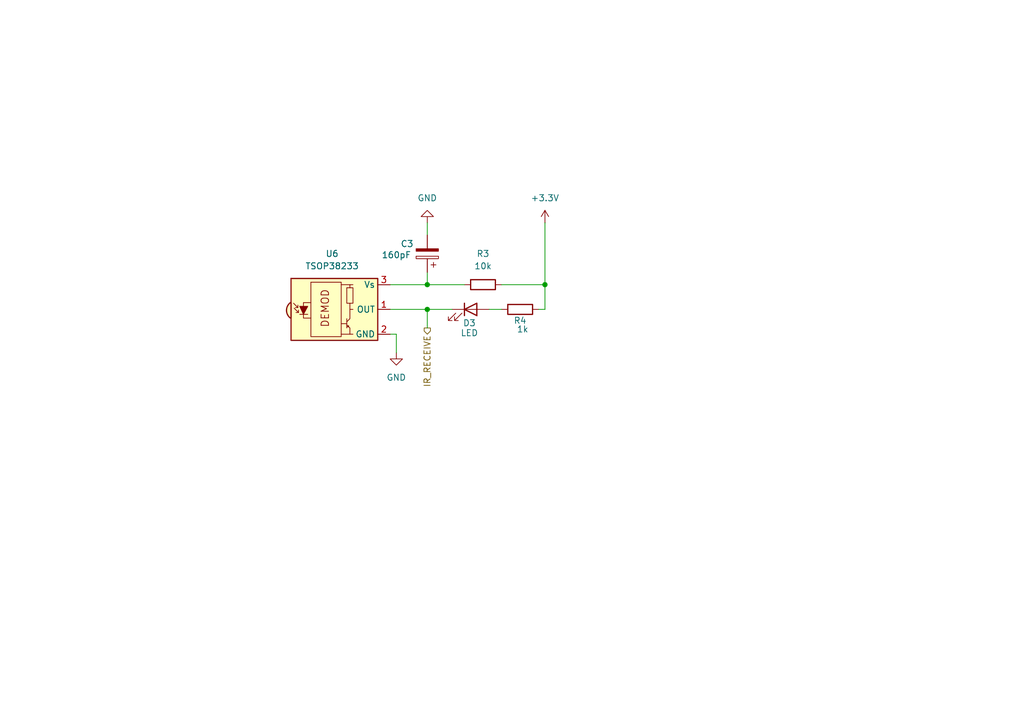
<source format=kicad_sch>
(kicad_sch (version 20250114) (generator "eeschema") (generator_version "9.0")
  (paper "A5")
  (title_block (title "Miniature Sumo Robot ") (date "2025-09-26") (rev "A") (company "Erick Zamora "))
  (lib_symbols
    (symbol "Device:C_Polarized" (pin_numbers (hide yes)) (pin_names (offset 0.254))
      (property "Reference" "C" (at 0.635 2.54 0))
      (property "Value" "C_Polarized" (at 0.635 -2.54 0))
      (symbol "C_Polarized_0_1"
        (rectangle (start -2.286 0.508) (end 2.286 1.016))
        (polyline (pts (xy -1.778 2.286) (xy -0.762 2.286)))
        (polyline (pts (xy -1.27 2.794) (xy -1.27 1.778)))
        (rectangle (start 2.286 -0.508) (end -2.286 -1.016) (fill (type outline)))
      )
      (symbol "C_Polarized_1_1"
        (pin passive line (at 0 3.81 270) (length 2.794) (name "~") (number "1"))
        (pin passive line (at 0 -3.81 90) (length 2.794) (name "~") (number "2"))
      )
    )
    (symbol "Device:LED" (pin_numbers (hide yes)) (pin_names (offset 1.016) (hide yes))
      (property "Reference" "D" (at 0 2.54 0))
      (property "Value" "LED" (at 0 -2.54 0))
      (symbol "LED_0_1"
        (polyline (pts (xy -3.048 -0.762) (xy -4.572 -2.286) (xy -3.81 -2.286) (xy -4.572 -2.286) (xy -4.572 -1.524)))
        (polyline (pts (xy -1.778 -0.762) (xy -3.302 -2.286) (xy -2.54 -2.286) (xy -3.302 -2.286) (xy -3.302 -1.524)))
        (polyline (pts (xy -1.27 0) (xy 1.27 0)))
        (polyline (pts (xy -1.27 -1.27) (xy -1.27 1.27)) (stroke (width 0.254)))
        (polyline (pts (xy 1.27 -1.27) (xy 1.27 1.27) (xy -1.27 0) (xy 1.27 -1.27)) (stroke (width 0.254)))
      )
      (symbol "LED_1_1"
        (pin passive line (at -3.81 0 0) (length 2.54) (name "K") (number "1"))
        (pin passive line (at 3.81 0 180) (length 2.54) (name "A") (number "2"))
      )
    )
    (symbol "Device:R" (pin_numbers (hide yes)) (pin_names (offset 0))
      (property "Reference" "R" (at 2.032 0 90))
      (property "Value" "R" (at 0 0 90))
      (symbol "R_0_1"
        (rectangle (start -1.016 -2.54) (end 1.016 2.54) (stroke (width 0.254)))
      )
      (symbol "R_1_1"
        (pin passive line (at 0 3.81 270) (length 1.27) (name "~") (number "1"))
        (pin passive line (at 0 -3.81 90) (length 1.27) (name "~") (number "2"))
      )
    )
    (symbol "Interface_Optical:TSOP382xx"
      (property "Reference" "U" (at -10.16 7.62 0))
      (property "Value" "TSOP382xx" (at -10.16 -7.62 0))
      (symbol "TSOP382xx_0_0"
        (arc (start -10.287 -1.778) (mid -11.0899 -0.1905) (end -10.287 1.397) (stroke (width 0.254)) (fill (type background)))
        (polyline (pts (xy 1.905 5.08) (xy 0.127 5.08)))
        (polyline (pts (xy 1.905 -5.08) (xy 0.127 -5.08)))
        (text "DEMOD" (at -3.175 0.254 900) (effects (font (size 1.524 1.524))))
      )
      (symbol "TSOP382xx_0_1"
        (polyline (pts (xy -8.763 0.381) (xy -9.652 1.27)))
        (polyline (pts (xy -8.763 0.381) (xy -9.271 0.381)))
        (polyline (pts (xy -8.763 0.381) (xy -8.763 0.889)))
        (polyline (pts (xy -8.636 -0.635) (xy -9.525 0.254)))
        (polyline (pts (xy -8.636 -0.635) (xy -9.144 -0.635)))
        (polyline (pts (xy -8.636 -0.635) (xy -8.636 -0.127)))
        (polyline (pts (xy -8.382 0.635) (xy -6.731 0.635) (xy -7.62 -1.016) (xy -8.382 0.635)) (fill (type outline)))
        (polyline (pts (xy -8.382 -1.016) (xy -6.731 -1.016)))
        (rectangle (start -6.096 5.588) (end 0.127 -5.588))
        (polyline (pts (xy -6.096 1.397) (xy -7.62 1.397) (xy -7.62 -1.778) (xy -6.096 -1.778)))
        (polyline (pts (xy 1.27 -1.905) (xy 1.27 -3.81)))
        (polyline (pts (xy 1.27 -2.54) (xy 1.905 -1.905) (xy 1.905 0) (xy 2.54 0)))
        (polyline (pts (xy 1.27 -2.921) (xy 0.127 -2.921)))
        (polyline (pts (xy 1.27 -3.175) (xy 1.905 -3.81) (xy 1.905 -5.08) (xy 2.54 -5.08)))
        (polyline (pts (xy 1.397 -3.556) (xy 1.524 -3.556)))
        (polyline (pts (xy 1.651 -3.556) (xy 1.524 -3.556)))
        (polyline (pts (xy 1.651 -3.556) (xy 1.651 -3.302)))
        (polyline (pts (xy 1.905 4.445) (xy 1.905 5.08) (xy 2.54 5.08)))
        (polyline (pts (xy 1.905 0) (xy 1.905 1.27)))
        (rectangle (start 2.54 1.27) (end 1.27 4.445))
        (rectangle (start 7.62 6.35) (end -10.16 -6.35) (stroke (width 0.254)) (fill (type background)))
      )
      (symbol "TSOP382xx_1_1"
        (pin power_in line (at 10.16 5.08 180) (length 2.54) (name "Vs") (number "3"))
        (pin output line (at 10.16 0 180) (length 2.54) (name "OUT") (number "1"))
        (pin power_in line (at 10.16 -5.08 180) (length 2.54) (name "GND") (number "2"))
      )
    )
    (symbol "power:+3.3V" (power) (pin_numbers (hide yes)) (pin_names (offset 0) (hide yes))
      (property "Value" "+3.3V" (at 0 3.556 0))
      (symbol "+3.3V_0_1"
        (polyline (pts (xy -0.762 1.27) (xy 0 2.54)))
        (polyline (pts (xy 0 2.54) (xy 0.762 1.27)))
        (polyline (pts (xy 0 0) (xy 0 2.54)))
      )
      (symbol "+3.3V_1_1"
        (pin power_in line (at 0 0 90) (length 0) (name "~") (number "1"))
      )
    )
    (symbol "power:GND" (power) (pin_numbers (hide yes)) (pin_names (offset 0) (hide yes))
      (property "Value" "GND" (at 0 -3.81 0))
      (symbol "GND_0_1"
        (polyline (pts (xy 0 0) (xy 0 -1.27) (xy 1.27 -1.27) (xy 0 -2.54) (xy -1.27 -1.27) (xy 0 -1.27)))
      )
      (symbol "GND_1_1"
        (pin power_in line (at 0 0 270) (length 0) (name "~") (number "1"))
      )
    )
  )
  (junction (at 87.63 58.42))
  (junction (at 87.63 63.5))
  (junction (at 111.76 58.42))
  (wire (pts (xy 111.76 58.42) (xy 111.76 45.72)))
  (wire (pts (xy 81.28 68.58) (xy 81.28 72.39)))
  (wire (pts (xy 80.01 68.58) (xy 81.28 68.58)))
  (wire (pts (xy 87.63 58.42) (xy 95.25 58.42)))
  (wire (pts (xy 87.63 45.72) (xy 87.63 48.26)))
  (wire (pts (xy 110.49 63.5) (xy 111.76 63.5)))
  (wire (pts (xy 80.01 63.5) (xy 87.63 63.5)))
  (wire (pts (xy 87.63 55.88) (xy 87.63 58.42)))
  (wire (pts (xy 87.63 63.5) (xy 92.71 63.5)))
  (wire (pts (xy 111.76 63.5) (xy 111.76 58.42)))
  (wire (pts (xy 87.63 63.5) (xy 87.63 67.31)))
  (wire (pts (xy 102.87 58.42) (xy 111.76 58.42)))
  (wire (pts (xy 80.01 58.42) (xy 87.63 58.42)))
  (wire (pts (xy 100.33 63.5) (xy 102.87 63.5)))
  (hierarchical_label "IR_RECEIVE" (shape output) (at 87.63 67.31 270))
  (symbol (lib_id "power:+3.3V") (at 111.76 45.72 0) (unit 1)
    (property "Reference" "#PWR020" (effects (hide yes)))
    (property "Value" "+3.3V" (at 111.76 40.64 0))
    (property "Description" "Power symbol creates a global label with name \"+3.3V\"" (effects (hide yes)))
  )
  (symbol (lib_id "Device:LED") (at 96.52 63.5 0) (unit 1)
    (property "Reference" "D3" (at 96.266 66.294 0))
    (property "Value" "LED" (at 96.266 68.326 0))
    (property "Footprint" "LED_SMD:LED_1210_3225Metric" (effects (hide yes)))
    (property "Description" "Light emitting diode" (effects (hide yes)))
    (property "Sim.Pins" "1=K 2=A" (effects (hide yes)))
  )
  (symbol (lib_id "Interface_Optical:TSOP382xx") (at 69.85 63.5 0) (unit 1)
    (property "Reference" "U6" (at 68.115 52.07 0))
    (property "Value" "TSOP38233" (at 68.115 54.61 0))
    (property "Footprint" "OptoDevice:Vishay_MINICAST-3Pin" (effects (hide yes)))
    (property "Datasheet" "http://www.vishay.com/docs/82491/tsop382.pdf" (effects (hide yes)))
    (property "Description" "Photo Modules for PCM Remote Control Systems" (effects (hide yes)))
  )
  (symbol (lib_id "Device:C_Polarized") (at 87.63 52.07 180) (unit 1)
    (property "Reference" "C3" (at 84.836 50.038 0) (effects (justify left)))
    (property "Value" "160pF" (at 84.328 52.324 0) (effects (justify left)))
    (property "Footprint" "Capacitor_SMD:C_1210_3225Metric" (effects (hide yes)))
    (property "Description" "Polarized capacitor" (effects (hide yes)))
  )
  (symbol (lib_id "Device:R") (at 99.06 58.42 90) (unit 1)
    (property "Reference" "R3" (at 99.06 52.07 90))
    (property "Value" "10k" (at 99.06 54.61 90))
    (property "Footprint" "Resistor_SMD:R_1210_3225Metric" (effects (hide yes)))
    (property "Description" "Resistor" (effects (hide yes)))
  )
  (symbol (lib_id "power:GND") (at 81.28 72.39 0) (unit 1)
    (property "Reference" "#PWR021" (effects (hide yes)))
    (property "Value" "GND" (at 81.28 77.47 0))
    (property "Description" "Power symbol creates a global label with name \"GND\" , ground" (effects (hide yes)))
  )
  (symbol (lib_id "Device:R") (at 106.68 63.5 90) (unit 1)
    (property "Reference" "R4" (at 106.68 65.786 90))
    (property "Value" "1k" (at 107.188 67.564 90))
    (property "Footprint" "Resistor_SMD:R_1210_3225Metric" (effects (hide yes)))
    (property "Description" "Resistor" (effects (hide yes)))
  )
  (symbol (lib_id "power:GND") (at 87.63 45.72 180) (unit 1)
    (property "Reference" "#PWR022" (effects (hide yes)))
    (property "Value" "GND" (at 87.63 40.64 0))
    (property "Description" "Power symbol creates a global label with name \"GND\" , ground" (effects (hide yes)))
  )
)
</source>
